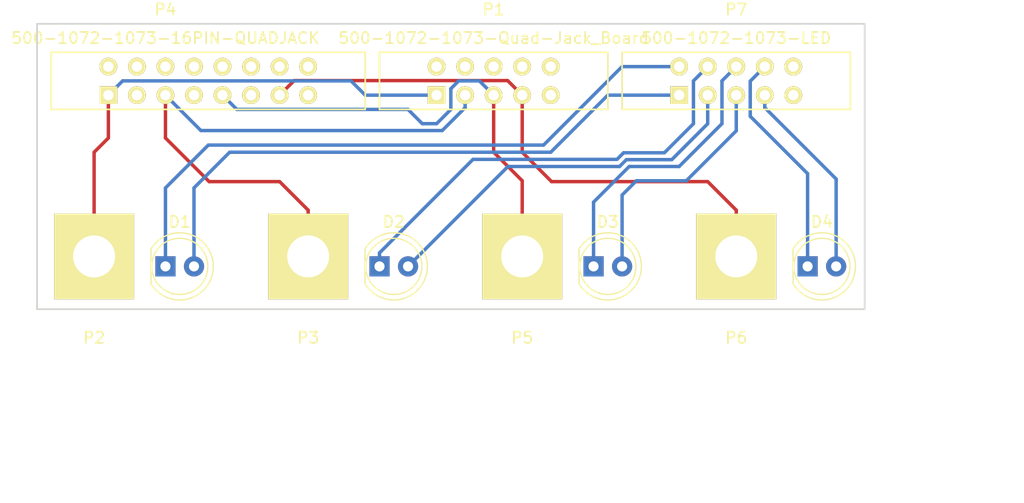
<source format=kicad_pcb>
(kicad_pcb (version 4) (host pcbnew 4.0.5)

  (general
    (links 16)
    (no_connects 0)
    (area 108.764287 104.3302 202.465715 151.290001)
    (thickness 1.6)
    (drawings 11)
    (tracks 81)
    (zones 0)
    (modules 11)
    (nets 33)
  )

  (page A)
  (title_block
    (title "Quad Banana Jack/LED board")
    (date 2017-01-27)
    (rev A)
  )

  (layers
    (0 F.Cu signal)
    (31 B.Cu signal)
    (32 B.Adhes user)
    (33 F.Adhes user)
    (34 B.Paste user)
    (35 F.Paste user)
    (36 B.SilkS user)
    (37 F.SilkS user)
    (38 B.Mask user)
    (39 F.Mask user)
    (40 Dwgs.User user)
    (41 Cmts.User user)
    (42 Eco1.User user)
    (43 Eco2.User user)
    (44 Edge.Cuts user)
    (45 Margin user)
    (46 B.CrtYd user)
    (47 F.CrtYd user)
    (48 B.Fab user)
    (49 F.Fab user)
  )

  (setup
    (last_trace_width 0.3048)
    (trace_clearance 0.3048)
    (zone_clearance 0.508)
    (zone_45_only no)
    (trace_min 0.2)
    (segment_width 0.2)
    (edge_width 0.15)
    (via_size 1.5748)
    (via_drill 0.9144)
    (via_min_size 0.4)
    (via_min_drill 0.3)
    (uvia_size 0.3)
    (uvia_drill 0.1)
    (uvias_allowed no)
    (uvia_min_size 0.2)
    (uvia_min_drill 0.1)
    (pcb_text_width 0.3)
    (pcb_text_size 1.5 1.5)
    (mod_edge_width 0.15)
    (mod_text_size 1 1)
    (mod_text_width 0.15)
    (pad_size 1.524 1.524)
    (pad_drill 0.762)
    (pad_to_mask_clearance 0.2)
    (aux_axis_origin 0 0)
    (visible_elements 7FFFFFFF)
    (pcbplotparams
      (layerselection 0x010f0_80000001)
      (usegerberextensions false)
      (excludeedgelayer true)
      (linewidth 0.100000)
      (plotframeref false)
      (viasonmask false)
      (mode 1)
      (useauxorigin false)
      (hpglpennumber 1)
      (hpglpenspeed 20)
      (hpglpendiameter 15)
      (hpglpenoverlay 2)
      (psnegative false)
      (psa4output false)
      (plotreference true)
      (plotvalue true)
      (plotinvisibletext false)
      (padsonsilk false)
      (subtractmaskfromsilk false)
      (outputformat 1)
      (mirror false)
      (drillshape 0)
      (scaleselection 1)
      (outputdirectory Fab/))
  )

  (net 0 "")
  (net 1 "Net-(D1-Pad1)")
  (net 2 "Net-(D1-Pad2)")
  (net 3 "Net-(D2-Pad1)")
  (net 4 "Net-(D2-Pad2)")
  (net 5 "Net-(D3-Pad1)")
  (net 6 "Net-(D3-Pad2)")
  (net 7 "Net-(D4-Pad1)")
  (net 8 "Net-(D4-Pad2)")
  (net 9 "Net-(P1-Pad1)")
  (net 10 "Net-(P1-Pad2)")
  (net 11 "Net-(P1-Pad3)")
  (net 12 "Net-(P1-Pad4)")
  (net 13 "Net-(P1-Pad5)")
  (net 14 "Net-(P1-Pad6)")
  (net 15 "Net-(P1-Pad7)")
  (net 16 "Net-(P1-Pad8)")
  (net 17 "Net-(P1-Pad9)")
  (net 18 "Net-(P1-Pad10)")
  (net 19 "Net-(P4-Pad2)")
  (net 20 "Net-(P4-Pad3)")
  (net 21 "Net-(P4-Pad4)")
  (net 22 "Net-(P4-Pad6)")
  (net 23 "Net-(P4-Pad7)")
  (net 24 "Net-(P4-Pad8)")
  (net 25 "Net-(P4-Pad10)")
  (net 26 "Net-(P4-Pad11)")
  (net 27 "Net-(P4-Pad12)")
  (net 28 "Net-(P4-Pad14)")
  (net 29 "Net-(P4-Pad15)")
  (net 30 "Net-(P4-Pad16)")
  (net 31 "Net-(P7-Pad9)")
  (net 32 "Net-(P7-Pad10)")

  (net_class Default "This is the default net class."
    (clearance 0.3048)
    (trace_width 0.3048)
    (via_dia 1.5748)
    (via_drill 0.9144)
    (uvia_dia 0.3)
    (uvia_drill 0.1)
    (add_net "Net-(D1-Pad1)")
    (add_net "Net-(D1-Pad2)")
    (add_net "Net-(D2-Pad1)")
    (add_net "Net-(D2-Pad2)")
    (add_net "Net-(D3-Pad1)")
    (add_net "Net-(D3-Pad2)")
    (add_net "Net-(D4-Pad1)")
    (add_net "Net-(D4-Pad2)")
    (add_net "Net-(P1-Pad1)")
    (add_net "Net-(P1-Pad10)")
    (add_net "Net-(P1-Pad2)")
    (add_net "Net-(P1-Pad3)")
    (add_net "Net-(P1-Pad4)")
    (add_net "Net-(P1-Pad5)")
    (add_net "Net-(P1-Pad6)")
    (add_net "Net-(P1-Pad7)")
    (add_net "Net-(P1-Pad8)")
    (add_net "Net-(P1-Pad9)")
    (add_net "Net-(P4-Pad10)")
    (add_net "Net-(P4-Pad11)")
    (add_net "Net-(P4-Pad12)")
    (add_net "Net-(P4-Pad14)")
    (add_net "Net-(P4-Pad15)")
    (add_net "Net-(P4-Pad16)")
    (add_net "Net-(P4-Pad2)")
    (add_net "Net-(P4-Pad3)")
    (add_net "Net-(P4-Pad4)")
    (add_net "Net-(P4-Pad6)")
    (add_net "Net-(P4-Pad7)")
    (add_net "Net-(P4-Pad8)")
    (add_net "Net-(P7-Pad10)")
    (add_net "Net-(P7-Pad9)")
  )

  (module LEDs:LED_D5.0mm (layer F.Cu) (tedit 587A3A7B) (tstamp 588C2BEF)
    (at 123.19 128.27)
    (descr "LED, diameter 5.0mm, 2 pins, http://cdn-reichelt.de/documents/datenblatt/A500/LL-504BC2E-009.pdf")
    (tags "LED diameter 5.0mm 2 pins")
    (path /588C08AB)
    (fp_text reference D1 (at 1.27 -3.96) (layer F.SilkS)
      (effects (font (size 1 1) (thickness 0.15)))
    )
    (fp_text value LED_ALT (at 1.27 3.96) (layer F.Fab)
      (effects (font (size 1 1) (thickness 0.15)))
    )
    (fp_arc (start 1.27 0) (end -1.23 -1.469694) (angle 299.1) (layer F.Fab) (width 0.1))
    (fp_arc (start 1.27 0) (end -1.29 -1.54483) (angle 148.9) (layer F.SilkS) (width 0.12))
    (fp_arc (start 1.27 0) (end -1.29 1.54483) (angle -148.9) (layer F.SilkS) (width 0.12))
    (fp_circle (center 1.27 0) (end 3.77 0) (layer F.Fab) (width 0.1))
    (fp_circle (center 1.27 0) (end 3.77 0) (layer F.SilkS) (width 0.12))
    (fp_line (start -1.23 -1.469694) (end -1.23 1.469694) (layer F.Fab) (width 0.1))
    (fp_line (start -1.29 -1.545) (end -1.29 1.545) (layer F.SilkS) (width 0.12))
    (fp_line (start -1.95 -3.25) (end -1.95 3.25) (layer F.CrtYd) (width 0.05))
    (fp_line (start -1.95 3.25) (end 4.5 3.25) (layer F.CrtYd) (width 0.05))
    (fp_line (start 4.5 3.25) (end 4.5 -3.25) (layer F.CrtYd) (width 0.05))
    (fp_line (start 4.5 -3.25) (end -1.95 -3.25) (layer F.CrtYd) (width 0.05))
    (pad 1 thru_hole rect (at 0 0) (size 1.8 1.8) (drill 0.9) (layers *.Cu *.Mask)
      (net 1 "Net-(D1-Pad1)"))
    (pad 2 thru_hole circle (at 2.54 0) (size 1.8 1.8) (drill 0.9) (layers *.Cu *.Mask)
      (net 2 "Net-(D1-Pad2)"))
    (model LEDs.3dshapes/LED_D5.0mm.wrl
      (at (xyz 0 0 0))
      (scale (xyz 0.393701 0.393701 0.393701))
      (rotate (xyz 0 0 0))
    )
  )

  (module LEDs:LED_D5.0mm (layer F.Cu) (tedit 587A3A7B) (tstamp 588C2C00)
    (at 142.24 128.27)
    (descr "LED, diameter 5.0mm, 2 pins, http://cdn-reichelt.de/documents/datenblatt/A500/LL-504BC2E-009.pdf")
    (tags "LED diameter 5.0mm 2 pins")
    (path /588C09B0)
    (fp_text reference D2 (at 1.27 -3.96) (layer F.SilkS)
      (effects (font (size 1 1) (thickness 0.15)))
    )
    (fp_text value LED_ALT (at 1.27 3.96) (layer F.Fab)
      (effects (font (size 1 1) (thickness 0.15)))
    )
    (fp_arc (start 1.27 0) (end -1.23 -1.469694) (angle 299.1) (layer F.Fab) (width 0.1))
    (fp_arc (start 1.27 0) (end -1.29 -1.54483) (angle 148.9) (layer F.SilkS) (width 0.12))
    (fp_arc (start 1.27 0) (end -1.29 1.54483) (angle -148.9) (layer F.SilkS) (width 0.12))
    (fp_circle (center 1.27 0) (end 3.77 0) (layer F.Fab) (width 0.1))
    (fp_circle (center 1.27 0) (end 3.77 0) (layer F.SilkS) (width 0.12))
    (fp_line (start -1.23 -1.469694) (end -1.23 1.469694) (layer F.Fab) (width 0.1))
    (fp_line (start -1.29 -1.545) (end -1.29 1.545) (layer F.SilkS) (width 0.12))
    (fp_line (start -1.95 -3.25) (end -1.95 3.25) (layer F.CrtYd) (width 0.05))
    (fp_line (start -1.95 3.25) (end 4.5 3.25) (layer F.CrtYd) (width 0.05))
    (fp_line (start 4.5 3.25) (end 4.5 -3.25) (layer F.CrtYd) (width 0.05))
    (fp_line (start 4.5 -3.25) (end -1.95 -3.25) (layer F.CrtYd) (width 0.05))
    (pad 1 thru_hole rect (at 0 0) (size 1.8 1.8) (drill 0.9) (layers *.Cu *.Mask)
      (net 3 "Net-(D2-Pad1)"))
    (pad 2 thru_hole circle (at 2.54 0) (size 1.8 1.8) (drill 0.9) (layers *.Cu *.Mask)
      (net 4 "Net-(D2-Pad2)"))
    (model LEDs.3dshapes/LED_D5.0mm.wrl
      (at (xyz 0 0 0))
      (scale (xyz 0.393701 0.393701 0.393701))
      (rotate (xyz 0 0 0))
    )
  )

  (module LEDs:LED_D5.0mm (layer F.Cu) (tedit 587A3A7B) (tstamp 588C2C11)
    (at 161.29 128.27)
    (descr "LED, diameter 5.0mm, 2 pins, http://cdn-reichelt.de/documents/datenblatt/A500/LL-504BC2E-009.pdf")
    (tags "LED diameter 5.0mm 2 pins")
    (path /588C09E5)
    (fp_text reference D3 (at 1.27 -3.96) (layer F.SilkS)
      (effects (font (size 1 1) (thickness 0.15)))
    )
    (fp_text value LED_ALT (at 1.27 3.96) (layer F.Fab)
      (effects (font (size 1 1) (thickness 0.15)))
    )
    (fp_arc (start 1.27 0) (end -1.23 -1.469694) (angle 299.1) (layer F.Fab) (width 0.1))
    (fp_arc (start 1.27 0) (end -1.29 -1.54483) (angle 148.9) (layer F.SilkS) (width 0.12))
    (fp_arc (start 1.27 0) (end -1.29 1.54483) (angle -148.9) (layer F.SilkS) (width 0.12))
    (fp_circle (center 1.27 0) (end 3.77 0) (layer F.Fab) (width 0.1))
    (fp_circle (center 1.27 0) (end 3.77 0) (layer F.SilkS) (width 0.12))
    (fp_line (start -1.23 -1.469694) (end -1.23 1.469694) (layer F.Fab) (width 0.1))
    (fp_line (start -1.29 -1.545) (end -1.29 1.545) (layer F.SilkS) (width 0.12))
    (fp_line (start -1.95 -3.25) (end -1.95 3.25) (layer F.CrtYd) (width 0.05))
    (fp_line (start -1.95 3.25) (end 4.5 3.25) (layer F.CrtYd) (width 0.05))
    (fp_line (start 4.5 3.25) (end 4.5 -3.25) (layer F.CrtYd) (width 0.05))
    (fp_line (start 4.5 -3.25) (end -1.95 -3.25) (layer F.CrtYd) (width 0.05))
    (pad 1 thru_hole rect (at 0 0) (size 1.8 1.8) (drill 0.9) (layers *.Cu *.Mask)
      (net 5 "Net-(D3-Pad1)"))
    (pad 2 thru_hole circle (at 2.54 0) (size 1.8 1.8) (drill 0.9) (layers *.Cu *.Mask)
      (net 6 "Net-(D3-Pad2)"))
    (model LEDs.3dshapes/LED_D5.0mm.wrl
      (at (xyz 0 0 0))
      (scale (xyz 0.393701 0.393701 0.393701))
      (rotate (xyz 0 0 0))
    )
  )

  (module LEDs:LED_D5.0mm (layer F.Cu) (tedit 587A3A7B) (tstamp 588C2C22)
    (at 180.34 128.27)
    (descr "LED, diameter 5.0mm, 2 pins, http://cdn-reichelt.de/documents/datenblatt/A500/LL-504BC2E-009.pdf")
    (tags "LED diameter 5.0mm 2 pins")
    (path /588C0A1B)
    (fp_text reference D4 (at 1.27 -3.96) (layer F.SilkS)
      (effects (font (size 1 1) (thickness 0.15)))
    )
    (fp_text value LED_ALT (at 1.27 3.96) (layer F.Fab)
      (effects (font (size 1 1) (thickness 0.15)))
    )
    (fp_arc (start 1.27 0) (end -1.23 -1.469694) (angle 299.1) (layer F.Fab) (width 0.1))
    (fp_arc (start 1.27 0) (end -1.29 -1.54483) (angle 148.9) (layer F.SilkS) (width 0.12))
    (fp_arc (start 1.27 0) (end -1.29 1.54483) (angle -148.9) (layer F.SilkS) (width 0.12))
    (fp_circle (center 1.27 0) (end 3.77 0) (layer F.Fab) (width 0.1))
    (fp_circle (center 1.27 0) (end 3.77 0) (layer F.SilkS) (width 0.12))
    (fp_line (start -1.23 -1.469694) (end -1.23 1.469694) (layer F.Fab) (width 0.1))
    (fp_line (start -1.29 -1.545) (end -1.29 1.545) (layer F.SilkS) (width 0.12))
    (fp_line (start -1.95 -3.25) (end -1.95 3.25) (layer F.CrtYd) (width 0.05))
    (fp_line (start -1.95 3.25) (end 4.5 3.25) (layer F.CrtYd) (width 0.05))
    (fp_line (start 4.5 3.25) (end 4.5 -3.25) (layer F.CrtYd) (width 0.05))
    (fp_line (start 4.5 -3.25) (end -1.95 -3.25) (layer F.CrtYd) (width 0.05))
    (pad 1 thru_hole rect (at 0 0) (size 1.8 1.8) (drill 0.9) (layers *.Cu *.Mask)
      (net 7 "Net-(D4-Pad1)"))
    (pad 2 thru_hole circle (at 2.54 0) (size 1.8 1.8) (drill 0.9) (layers *.Cu *.Mask)
      (net 8 "Net-(D4-Pad2)"))
    (model LEDs.3dshapes/LED_D5.0mm.wrl
      (at (xyz 0 0 0))
      (scale (xyz 0.393701 0.393701 0.393701))
      (rotate (xyz 0 0 0))
    )
  )

  (module FootPrints:IDC5x2_Vert (layer F.Cu) (tedit 56F1A429) (tstamp 588C2C34)
    (at 152.4 111.76 180)
    (path /588C0321)
    (fp_text reference P1 (at 0 6.35 180) (layer F.SilkS)
      (effects (font (size 1 1) (thickness 0.15)))
    )
    (fp_text value 500-1072-1073-Quad-Jack_Board (at 0 3.81 180) (layer F.SilkS)
      (effects (font (size 1 1) (thickness 0.15)))
    )
    (fp_line (start 10.16 2.54) (end -10.16 2.54) (layer F.SilkS) (width 0.15))
    (fp_line (start 10.16 -2.54) (end -10.16 -2.54) (layer F.SilkS) (width 0.15))
    (fp_line (start -10.16 2.54) (end -10.16 -2.54) (layer F.SilkS) (width 0.15))
    (fp_line (start 10.16 -2.54) (end 10.16 2.54) (layer F.SilkS) (width 0.15))
    (pad 1 thru_hole rect (at 5.08 -1.27 180) (size 1.5748 1.5748) (drill 0.9144) (layers *.Cu *.Mask F.SilkS)
      (net 9 "Net-(P1-Pad1)"))
    (pad 2 thru_hole circle (at 5.08 1.27 180) (size 1.5748 1.5748) (drill 0.9144) (layers *.Cu *.Mask F.SilkS)
      (net 10 "Net-(P1-Pad2)"))
    (pad 3 thru_hole circle (at 2.54 -1.27 180) (size 1.5748 1.5748) (drill 0.9144) (layers *.Cu *.Mask F.SilkS)
      (net 11 "Net-(P1-Pad3)"))
    (pad 4 thru_hole circle (at 2.54 1.27 180) (size 1.5748 1.5748) (drill 0.9144) (layers *.Cu *.Mask F.SilkS)
      (net 12 "Net-(P1-Pad4)"))
    (pad 5 thru_hole circle (at 0 -1.27 180) (size 1.5748 1.5748) (drill 0.9144) (layers *.Cu *.Mask F.SilkS)
      (net 13 "Net-(P1-Pad5)"))
    (pad 6 thru_hole circle (at 0 1.27 180) (size 1.5748 1.5748) (drill 0.9144) (layers *.Cu *.Mask F.SilkS)
      (net 14 "Net-(P1-Pad6)"))
    (pad 7 thru_hole circle (at -2.54 -1.27 180) (size 1.5748 1.5748) (drill 0.9144) (layers *.Cu *.Mask F.SilkS)
      (net 15 "Net-(P1-Pad7)"))
    (pad 8 thru_hole circle (at -2.54 1.27 180) (size 1.5748 1.5748) (drill 0.9144) (layers *.Cu *.Mask F.SilkS)
      (net 16 "Net-(P1-Pad8)"))
    (pad 9 thru_hole circle (at -5.08 -1.27 180) (size 1.5748 1.5748) (drill 0.9144) (layers *.Cu *.Mask F.SilkS)
      (net 17 "Net-(P1-Pad9)"))
    (pad 10 thru_hole circle (at -5.08 1.27 180) (size 1.5748 1.5748) (drill 0.9144) (layers *.Cu *.Mask F.SilkS)
      (net 18 "Net-(P1-Pad10)"))
  )

  (module FootPrints:KF2-256-TerminalPad (layer F.Cu) (tedit 58852654) (tstamp 588C2C39)
    (at 116.84 132.08)
    (path /588C07B1)
    (fp_text reference P2 (at 0 2.54) (layer F.SilkS)
      (effects (font (size 1 1) (thickness 0.15)))
    )
    (fp_text value PAD-KF2-256 (at 0 1.27) (layer F.Fab)
      (effects (font (size 1 1) (thickness 0.15)))
    )
    (pad 1 thru_hole rect (at 0 -4.699) (size 7.112 7.62) (drill 3.7338) (layers *.Cu *.Mask F.SilkS)
      (net 9 "Net-(P1-Pad1)"))
  )

  (module FootPrints:KF2-256-TerminalPad (layer F.Cu) (tedit 58852654) (tstamp 588C2C3E)
    (at 135.89 132.08)
    (path /588C07F8)
    (fp_text reference P3 (at 0 2.54) (layer F.SilkS)
      (effects (font (size 1 1) (thickness 0.15)))
    )
    (fp_text value PAD-KF2-256 (at 0 1.27) (layer F.Fab)
      (effects (font (size 1 1) (thickness 0.15)))
    )
    (pad 1 thru_hole rect (at 0 -4.699) (size 7.112 7.62) (drill 3.7338) (layers *.Cu *.Mask F.SilkS)
      (net 11 "Net-(P1-Pad3)"))
  )

  (module FootPrints:IDC8x2_Vert (layer F.Cu) (tedit 56F1A480) (tstamp 588C2C57)
    (at 127 111.76 180)
    (path /588C0342)
    (fp_text reference P4 (at 3.81 6.35 180) (layer F.SilkS)
      (effects (font (size 1 1) (thickness 0.15)))
    )
    (fp_text value 500-1072-1073-16PIN-QUADJACK (at 3.81 3.81 180) (layer F.SilkS)
      (effects (font (size 1 1) (thickness 0.15)))
    )
    (fp_line (start 10.16 2.54) (end -13.97 2.54) (layer F.SilkS) (width 0.15))
    (fp_line (start -13.97 2.54) (end -13.97 -2.54) (layer F.SilkS) (width 0.15))
    (fp_line (start -13.97 -2.54) (end 13.97 -2.54) (layer F.SilkS) (width 0.15))
    (fp_line (start 13.97 -2.54) (end 13.97 2.54) (layer F.SilkS) (width 0.15))
    (fp_line (start 13.97 2.54) (end 10.16 2.54) (layer F.SilkS) (width 0.15))
    (pad 1 thru_hole rect (at 8.89 -1.27 180) (size 1.5748 1.5748) (drill 0.9144) (layers *.Cu *.Mask F.SilkS)
      (net 9 "Net-(P1-Pad1)"))
    (pad 2 thru_hole circle (at 8.89 1.27 180) (size 1.5748 1.5748) (drill 0.9144) (layers *.Cu *.Mask F.SilkS)
      (net 19 "Net-(P4-Pad2)"))
    (pad 3 thru_hole circle (at 6.35 -1.27 180) (size 1.5748 1.5748) (drill 0.9144) (layers *.Cu *.Mask F.SilkS)
      (net 20 "Net-(P4-Pad3)"))
    (pad 4 thru_hole circle (at 6.35 1.27 180) (size 1.5748 1.5748) (drill 0.9144) (layers *.Cu *.Mask F.SilkS)
      (net 21 "Net-(P4-Pad4)"))
    (pad 5 thru_hole circle (at 3.81 -1.27 180) (size 1.5748 1.5748) (drill 0.9144) (layers *.Cu *.Mask F.SilkS)
      (net 11 "Net-(P1-Pad3)"))
    (pad 6 thru_hole circle (at 3.81 1.27 180) (size 1.5748 1.5748) (drill 0.9144) (layers *.Cu *.Mask F.SilkS)
      (net 22 "Net-(P4-Pad6)"))
    (pad 7 thru_hole circle (at 1.27 -1.27 180) (size 1.5748 1.5748) (drill 0.9144) (layers *.Cu *.Mask F.SilkS)
      (net 23 "Net-(P4-Pad7)"))
    (pad 8 thru_hole circle (at 1.27 1.27 180) (size 1.5748 1.5748) (drill 0.9144) (layers *.Cu *.Mask F.SilkS)
      (net 24 "Net-(P4-Pad8)"))
    (pad 9 thru_hole circle (at -1.27 -1.27 180) (size 1.5748 1.5748) (drill 0.9144) (layers *.Cu *.Mask F.SilkS)
      (net 13 "Net-(P1-Pad5)"))
    (pad 10 thru_hole circle (at -1.27 1.27 180) (size 1.5748 1.5748) (drill 0.9144) (layers *.Cu *.Mask F.SilkS)
      (net 25 "Net-(P4-Pad10)"))
    (pad 11 thru_hole circle (at -3.81 -1.27 180) (size 1.5748 1.5748) (drill 0.9144) (layers *.Cu *.Mask F.SilkS)
      (net 26 "Net-(P4-Pad11)"))
    (pad 12 thru_hole circle (at -3.81 1.27 180) (size 1.5748 1.5748) (drill 0.9144) (layers *.Cu *.Mask F.SilkS)
      (net 27 "Net-(P4-Pad12)"))
    (pad 13 thru_hole circle (at -6.35 -1.27 180) (size 1.5748 1.5748) (drill 0.9144) (layers *.Cu *.Mask F.SilkS)
      (net 15 "Net-(P1-Pad7)"))
    (pad 14 thru_hole circle (at -6.35 1.27 180) (size 1.5748 1.5748) (drill 0.9144) (layers *.Cu *.Mask F.SilkS)
      (net 28 "Net-(P4-Pad14)"))
    (pad 15 thru_hole circle (at -8.89 -1.27 180) (size 1.5748 1.5748) (drill 0.9144) (layers *.Cu *.Mask F.SilkS)
      (net 29 "Net-(P4-Pad15)"))
    (pad 16 thru_hole circle (at -8.89 1.27 180) (size 1.5748 1.5748) (drill 0.9144) (layers *.Cu *.Mask F.SilkS)
      (net 30 "Net-(P4-Pad16)"))
  )

  (module FootPrints:KF2-256-TerminalPad (layer F.Cu) (tedit 58852654) (tstamp 588C2C5C)
    (at 154.94 132.08)
    (path /588C0831)
    (fp_text reference P5 (at 0 2.54) (layer F.SilkS)
      (effects (font (size 1 1) (thickness 0.15)))
    )
    (fp_text value PAD-KF2-256 (at 0 1.27) (layer F.Fab)
      (effects (font (size 1 1) (thickness 0.15)))
    )
    (pad 1 thru_hole rect (at 0 -4.699) (size 7.112 7.62) (drill 3.7338) (layers *.Cu *.Mask F.SilkS)
      (net 13 "Net-(P1-Pad5)"))
  )

  (module FootPrints:KF2-256-TerminalPad (layer F.Cu) (tedit 58852654) (tstamp 588C2C61)
    (at 173.99 132.08)
    (path /588C0877)
    (fp_text reference P6 (at 0 2.54) (layer F.SilkS)
      (effects (font (size 1 1) (thickness 0.15)))
    )
    (fp_text value PAD-KF2-256 (at 0 1.27) (layer F.Fab)
      (effects (font (size 1 1) (thickness 0.15)))
    )
    (pad 1 thru_hole rect (at 0 -4.699) (size 7.112 7.62) (drill 3.7338) (layers *.Cu *.Mask F.SilkS)
      (net 15 "Net-(P1-Pad7)"))
  )

  (module FootPrints:IDC5x2_Vert (layer F.Cu) (tedit 56F1A429) (tstamp 588C2C73)
    (at 173.99 111.76 180)
    (path /588C2905)
    (fp_text reference P7 (at 0 6.35 180) (layer F.SilkS)
      (effects (font (size 1 1) (thickness 0.15)))
    )
    (fp_text value 500-1072-1073-LED (at 0 3.81 180) (layer F.SilkS)
      (effects (font (size 1 1) (thickness 0.15)))
    )
    (fp_line (start 10.16 2.54) (end -10.16 2.54) (layer F.SilkS) (width 0.15))
    (fp_line (start 10.16 -2.54) (end -10.16 -2.54) (layer F.SilkS) (width 0.15))
    (fp_line (start -10.16 2.54) (end -10.16 -2.54) (layer F.SilkS) (width 0.15))
    (fp_line (start 10.16 -2.54) (end 10.16 2.54) (layer F.SilkS) (width 0.15))
    (pad 1 thru_hole rect (at 5.08 -1.27 180) (size 1.5748 1.5748) (drill 0.9144) (layers *.Cu *.Mask F.SilkS)
      (net 2 "Net-(D1-Pad2)"))
    (pad 2 thru_hole circle (at 5.08 1.27 180) (size 1.5748 1.5748) (drill 0.9144) (layers *.Cu *.Mask F.SilkS)
      (net 1 "Net-(D1-Pad1)"))
    (pad 3 thru_hole circle (at 2.54 -1.27 180) (size 1.5748 1.5748) (drill 0.9144) (layers *.Cu *.Mask F.SilkS)
      (net 4 "Net-(D2-Pad2)"))
    (pad 4 thru_hole circle (at 2.54 1.27 180) (size 1.5748 1.5748) (drill 0.9144) (layers *.Cu *.Mask F.SilkS)
      (net 3 "Net-(D2-Pad1)"))
    (pad 5 thru_hole circle (at 0 -1.27 180) (size 1.5748 1.5748) (drill 0.9144) (layers *.Cu *.Mask F.SilkS)
      (net 6 "Net-(D3-Pad2)"))
    (pad 6 thru_hole circle (at 0 1.27 180) (size 1.5748 1.5748) (drill 0.9144) (layers *.Cu *.Mask F.SilkS)
      (net 5 "Net-(D3-Pad1)"))
    (pad 7 thru_hole circle (at -2.54 -1.27 180) (size 1.5748 1.5748) (drill 0.9144) (layers *.Cu *.Mask F.SilkS)
      (net 8 "Net-(D4-Pad2)"))
    (pad 8 thru_hole circle (at -2.54 1.27 180) (size 1.5748 1.5748) (drill 0.9144) (layers *.Cu *.Mask F.SilkS)
      (net 7 "Net-(D4-Pad1)"))
    (pad 9 thru_hole circle (at -5.08 -1.27 180) (size 1.5748 1.5748) (drill 0.9144) (layers *.Cu *.Mask F.SilkS)
      (net 31 "Net-(P7-Pad9)"))
    (pad 10 thru_hole circle (at -5.08 1.27 180) (size 1.5748 1.5748) (drill 0.9144) (layers *.Cu *.Mask F.SilkS)
      (net 32 "Net-(P7-Pad10)"))
  )

  (dimension 73.66 (width 0.3) (layer F.Fab)
    (gr_text "2.9000 in" (at 148.59 149.94) (layer F.Fab)
      (effects (font (size 1.5 1.5) (thickness 0.3)))
    )
    (feature1 (pts (xy 185.42 135.89) (xy 185.42 151.29)))
    (feature2 (pts (xy 111.76 135.89) (xy 111.76 151.29)))
    (crossbar (pts (xy 111.76 148.59) (xy 185.42 148.59)))
    (arrow1a (pts (xy 185.42 148.59) (xy 184.293496 149.176421)))
    (arrow1b (pts (xy 185.42 148.59) (xy 184.293496 148.003579)))
    (arrow2a (pts (xy 111.76 148.59) (xy 112.886504 149.176421)))
    (arrow2b (pts (xy 111.76 148.59) (xy 112.886504 148.003579)))
  )
  (gr_line (start 111.76 106.68) (end 113.03 106.68) (angle 90) (layer Edge.Cuts) (width 0.15))
  (gr_line (start 111.76 132.08) (end 111.76 106.68) (angle 90) (layer Edge.Cuts) (width 0.15))
  (gr_line (start 185.42 106.68) (end 113.03 106.68) (angle 90) (layer Edge.Cuts) (width 0.15))
  (gr_line (start 185.42 132.08) (end 185.42 106.68) (angle 90) (layer Edge.Cuts) (width 0.15))
  (dimension 25.4 (width 0.3) (layer F.Fab)
    (gr_text "1.0000 in" (at 196.93 119.38 90) (layer F.Fab)
      (effects (font (size 1.5 1.5) (thickness 0.3)))
    )
    (feature1 (pts (xy 187.96 106.68) (xy 198.28 106.68)))
    (feature2 (pts (xy 187.96 132.08) (xy 198.28 132.08)))
    (crossbar (pts (xy 195.58 132.08) (xy 195.58 106.68)))
    (arrow1a (pts (xy 195.58 106.68) (xy 196.166421 107.806504)))
    (arrow1b (pts (xy 195.58 106.68) (xy 194.993579 107.806504)))
    (arrow2a (pts (xy 195.58 132.08) (xy 196.166421 130.953496)))
    (arrow2b (pts (xy 195.58 132.08) (xy 194.993579 130.953496)))
  )
  (gr_line (start 111.76 132.08) (end 185.42 132.08) (angle 90) (layer Edge.Cuts) (width 0.15))
  (dimension 5.08 (width 0.3) (layer F.Fab)
    (gr_text "0.2000 in" (at 114.3 142.32) (layer F.Fab)
      (effects (font (size 1.5 1.5) (thickness 0.3)))
    )
    (feature1 (pts (xy 116.84 135.89) (xy 116.84 143.67)))
    (feature2 (pts (xy 111.76 135.89) (xy 111.76 143.67)))
    (crossbar (pts (xy 111.76 140.97) (xy 116.84 140.97)))
    (arrow1a (pts (xy 116.84 140.97) (xy 115.713496 141.556421)))
    (arrow1b (pts (xy 116.84 140.97) (xy 115.713496 140.383579)))
    (arrow2a (pts (xy 111.76 140.97) (xy 112.886504 141.556421)))
    (arrow2b (pts (xy 111.76 140.97) (xy 112.886504 140.383579)))
  )
  (dimension 19.05 (width 0.3) (layer F.Fab)
    (gr_text "0.7500 in" (at 164.465 142.32) (layer F.Fab)
      (effects (font (size 1.5 1.5) (thickness 0.3)))
    )
    (feature1 (pts (xy 173.99 135.89) (xy 173.99 143.67)))
    (feature2 (pts (xy 154.94 135.89) (xy 154.94 143.67)))
    (crossbar (pts (xy 154.94 140.97) (xy 173.99 140.97)))
    (arrow1a (pts (xy 173.99 140.97) (xy 172.863496 141.556421)))
    (arrow1b (pts (xy 173.99 140.97) (xy 172.863496 140.383579)))
    (arrow2a (pts (xy 154.94 140.97) (xy 156.066504 141.556421)))
    (arrow2b (pts (xy 154.94 140.97) (xy 156.066504 140.383579)))
  )
  (dimension 19.05 (width 0.3) (layer F.Fab)
    (gr_text "0.7500 in" (at 145.415 142.32) (layer F.Fab)
      (effects (font (size 1.5 1.5) (thickness 0.3)))
    )
    (feature1 (pts (xy 154.94 135.89) (xy 154.94 143.67)))
    (feature2 (pts (xy 135.89 135.89) (xy 135.89 143.67)))
    (crossbar (pts (xy 135.89 140.97) (xy 154.94 140.97)))
    (arrow1a (pts (xy 154.94 140.97) (xy 153.813496 141.556421)))
    (arrow1b (pts (xy 154.94 140.97) (xy 153.813496 140.383579)))
    (arrow2a (pts (xy 135.89 140.97) (xy 137.016504 141.556421)))
    (arrow2b (pts (xy 135.89 140.97) (xy 137.016504 140.383579)))
  )
  (dimension 19.05 (width 0.3) (layer F.Fab)
    (gr_text "0.7500 in" (at 126.365 142.32) (layer F.Fab)
      (effects (font (size 1.5 1.5) (thickness 0.3)))
    )
    (feature1 (pts (xy 135.89 135.89) (xy 135.89 143.67)))
    (feature2 (pts (xy 116.84 135.89) (xy 116.84 143.67)))
    (crossbar (pts (xy 116.84 140.97) (xy 135.89 140.97)))
    (arrow1a (pts (xy 135.89 140.97) (xy 134.763496 141.556421)))
    (arrow1b (pts (xy 135.89 140.97) (xy 134.763496 140.383579)))
    (arrow2a (pts (xy 116.84 140.97) (xy 117.966504 141.556421)))
    (arrow2b (pts (xy 116.84 140.97) (xy 117.966504 140.383579)))
  )

  (segment (start 123.19 128.27) (end 123.19 121.285) (width 0.3048) (layer B.Cu) (net 1))
  (segment (start 123.19 121.285) (end 127 117.475) (width 0.3048) (layer B.Cu) (net 1))
  (segment (start 127 117.475) (end 156.845 117.475) (width 0.3048) (layer B.Cu) (net 1))
  (segment (start 156.845 117.475) (end 163.83 110.49) (width 0.3048) (layer B.Cu) (net 1))
  (segment (start 163.83 110.49) (end 168.91 110.49) (width 0.3048) (layer B.Cu) (net 1))
  (segment (start 168.91 113.03) (end 162.56 113.03) (width 0.3048) (layer B.Cu) (net 2))
  (segment (start 162.56 113.03) (end 157.48 118.11) (width 0.3048) (layer B.Cu) (net 2))
  (segment (start 157.48 118.11) (end 128.905 118.11) (width 0.3048) (layer B.Cu) (net 2))
  (segment (start 128.905 118.11) (end 125.73 121.285) (width 0.3048) (layer B.Cu) (net 2))
  (segment (start 125.73 121.285) (end 125.73 128.27) (width 0.3048) (layer B.Cu) (net 2))
  (segment (start 170.18 111.76) (end 170.662601 111.277399) (width 0.3048) (layer B.Cu) (net 3))
  (segment (start 170.18 115.57) (end 170.18 111.76) (width 0.3048) (layer B.Cu) (net 3))
  (segment (start 163.959982 118.160778) (end 167.589222 118.160778) (width 0.3048) (layer B.Cu) (net 3))
  (segment (start 163.37576 118.745) (end 163.959982 118.160778) (width 0.3048) (layer B.Cu) (net 3))
  (segment (start 167.589222 118.160778) (end 170.18 115.57) (width 0.3048) (layer B.Cu) (net 3))
  (segment (start 142.24 127.0652) (end 150.5602 118.745) (width 0.3048) (layer B.Cu) (net 3))
  (segment (start 150.5602 118.745) (end 163.37576 118.745) (width 0.3048) (layer B.Cu) (net 3))
  (segment (start 170.662601 111.277399) (end 171.45 110.49) (width 0.3048) (layer B.Cu) (net 3))
  (segment (start 142.24 128.27) (end 142.24 127.0652) (width 0.3048) (layer B.Cu) (net 3))
  (segment (start 163.60288 119.38) (end 153.67 119.38) (width 0.3048) (layer B.Cu) (net 4))
  (segment (start 145.679999 127.370001) (end 144.78 128.27) (width 0.3048) (layer B.Cu) (net 4))
  (segment (start 168.249611 118.770389) (end 164.212491 118.770389) (width 0.3048) (layer B.Cu) (net 4))
  (segment (start 171.45 115.57) (end 168.249611 118.770389) (width 0.3048) (layer B.Cu) (net 4))
  (segment (start 171.45 113.03) (end 171.45 115.57) (width 0.3048) (layer B.Cu) (net 4))
  (segment (start 153.67 119.38) (end 145.679999 127.370001) (width 0.3048) (layer B.Cu) (net 4))
  (segment (start 164.212491 118.770389) (end 163.60288 119.38) (width 0.3048) (layer B.Cu) (net 4))
  (segment (start 161.29 128.27) (end 161.29 122.555) (width 0.3048) (layer B.Cu) (net 5))
  (segment (start 161.29 122.555) (end 164.465 119.38) (width 0.3048) (layer B.Cu) (net 5))
  (segment (start 164.465 119.38) (end 168.91 119.38) (width 0.3048) (layer B.Cu) (net 5))
  (segment (start 172.72 111.76) (end 173.99 110.49) (width 0.3048) (layer B.Cu) (net 5))
  (segment (start 168.91 119.38) (end 172.72 115.57) (width 0.3048) (layer B.Cu) (net 5))
  (segment (start 172.72 115.57) (end 172.72 111.76) (width 0.3048) (layer B.Cu) (net 5))
  (segment (start 173.99 113.03) (end 173.99 116.205) (width 0.3048) (layer B.Cu) (net 6))
  (segment (start 173.99 116.205) (end 169.545 120.65) (width 0.3048) (layer B.Cu) (net 6))
  (segment (start 163.83 121.92) (end 163.83 128.27) (width 0.3048) (layer B.Cu) (net 6))
  (segment (start 169.545 120.65) (end 165.1 120.65) (width 0.3048) (layer B.Cu) (net 6))
  (segment (start 165.1 120.65) (end 163.83 121.92) (width 0.3048) (layer B.Cu) (net 6))
  (segment (start 180.34 128.27) (end 180.34 120.015) (width 0.3048) (layer B.Cu) (net 7))
  (segment (start 175.234601 114.909601) (end 175.234601 111.785399) (width 0.3048) (layer B.Cu) (net 7))
  (segment (start 180.34 120.015) (end 175.234601 114.909601) (width 0.3048) (layer B.Cu) (net 7))
  (segment (start 175.234601 111.785399) (end 176.53 110.49) (width 0.3048) (layer B.Cu) (net 7))
  (segment (start 182.88 120.65) (end 182.88 128.27) (width 0.3048) (layer B.Cu) (net 8))
  (segment (start 182.88 120.493551) (end 182.88 120.65) (width 0.3048) (layer B.Cu) (net 8))
  (segment (start 176.53 113.03) (end 176.53 114.143551) (width 0.3048) (layer B.Cu) (net 8))
  (segment (start 176.53 114.143551) (end 182.88 120.493551) (width 0.3048) (layer B.Cu) (net 8))
  (segment (start 118.11 113.03) (end 119.38 111.76) (width 0.3048) (layer B.Cu) (net 9))
  (segment (start 119.38 111.76) (end 139.7 111.76) (width 0.3048) (layer B.Cu) (net 9))
  (segment (start 139.7 111.76) (end 140.97 113.03) (width 0.3048) (layer B.Cu) (net 9))
  (segment (start 140.97 113.03) (end 147.32 113.03) (width 0.3048) (layer B.Cu) (net 9))
  (segment (start 116.84 118.11) (end 118.11 116.84) (width 0.3048) (layer F.Cu) (net 9))
  (segment (start 118.11 116.84) (end 118.11 113.03) (width 0.3048) (layer F.Cu) (net 9))
  (segment (start 116.84 127.381) (end 116.84 118.11) (width 0.3048) (layer F.Cu) (net 9))
  (segment (start 126.33961 116.17961) (end 147.823941 116.17961) (width 0.3048) (layer B.Cu) (net 11))
  (segment (start 149.86 114.143551) (end 149.86 113.03) (width 0.3048) (layer B.Cu) (net 11))
  (segment (start 147.823941 116.17961) (end 149.86 114.143551) (width 0.3048) (layer B.Cu) (net 11))
  (segment (start 123.19 113.03) (end 126.33961 116.17961) (width 0.3048) (layer B.Cu) (net 11))
  (segment (start 123.19 116.84) (end 123.19 113.03) (width 0.3048) (layer F.Cu) (net 11))
  (segment (start 127.0762 120.7262) (end 123.19 116.84) (width 0.3048) (layer F.Cu) (net 11))
  (segment (start 133.35 120.7262) (end 127.0762 120.7262) (width 0.3048) (layer F.Cu) (net 11))
  (segment (start 135.89 127.381) (end 135.89 123.2662) (width 0.3048) (layer F.Cu) (net 11))
  (segment (start 135.89 123.2662) (end 133.35 120.7262) (width 0.3048) (layer F.Cu) (net 11))
  (segment (start 128.27 113.03) (end 129.54 114.3) (width 0.3048) (layer B.Cu) (net 13))
  (segment (start 129.54 114.3) (end 144.78 114.3) (width 0.3048) (layer B.Cu) (net 13))
  (segment (start 144.78 114.3) (end 146.05 115.57) (width 0.3048) (layer B.Cu) (net 13))
  (segment (start 146.05 115.57) (end 147.32 115.57) (width 0.3048) (layer B.Cu) (net 13))
  (segment (start 147.32 115.57) (end 148.59 114.3) (width 0.3048) (layer B.Cu) (net 13))
  (segment (start 148.59 114.3) (end 148.59 112.45799) (width 0.3048) (layer B.Cu) (net 13))
  (segment (start 148.59 112.45799) (end 149.28799 111.76) (width 0.3048) (layer B.Cu) (net 13))
  (segment (start 149.28799 111.76) (end 151.13 111.76) (width 0.3048) (layer B.Cu) (net 13))
  (segment (start 151.13 111.76) (end 152.4 113.03) (width 0.3048) (layer B.Cu) (net 13))
  (segment (start 154.94 127.381) (end 154.94 120.65) (width 0.3048) (layer F.Cu) (net 13))
  (segment (start 154.94 120.65) (end 152.4 118.11) (width 0.3048) (layer F.Cu) (net 13))
  (segment (start 152.4 118.11) (end 152.4 113.03) (width 0.3048) (layer F.Cu) (net 13))
  (segment (start 154.94 113.03) (end 153.644601 111.734601) (width 0.3048) (layer F.Cu) (net 15))
  (segment (start 153.644601 111.734601) (end 134.645399 111.734601) (width 0.3048) (layer F.Cu) (net 15))
  (segment (start 134.645399 111.734601) (end 133.35 113.03) (width 0.3048) (layer F.Cu) (net 15))
  (segment (start 157.5562 120.7262) (end 154.94 118.11) (width 0.3048) (layer F.Cu) (net 15))
  (segment (start 154.94 118.11) (end 154.94 113.03) (width 0.3048) (layer F.Cu) (net 15))
  (segment (start 171.45 120.7262) (end 157.5562 120.7262) (width 0.3048) (layer F.Cu) (net 15))
  (segment (start 173.99 127.381) (end 173.99 123.2662) (width 0.3048) (layer F.Cu) (net 15))
  (segment (start 173.99 123.2662) (end 171.45 120.7262) (width 0.3048) (layer F.Cu) (net 15))

)

</source>
